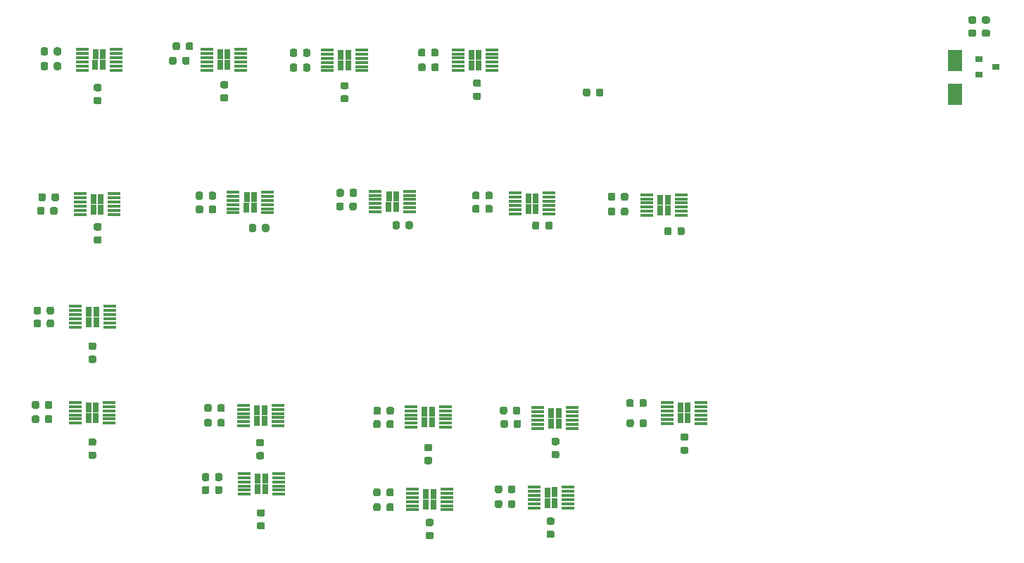
<source format=gbr>
%TF.GenerationSoftware,KiCad,Pcbnew,(5.1.10-1-10_14)*%
%TF.CreationDate,2023-03-13T17:25:24-07:00*%
%TF.ProjectId,facs-pcb-v2,66616373-2d70-4636-922d-76322e6b6963,rev?*%
%TF.SameCoordinates,Original*%
%TF.FileFunction,Paste,Top*%
%TF.FilePolarity,Positive*%
%FSLAX46Y46*%
G04 Gerber Fmt 4.6, Leading zero omitted, Abs format (unit mm)*
G04 Created by KiCad (PCBNEW (5.1.10-1-10_14)) date 2023-03-13 17:25:24*
%MOMM*%
%LPD*%
G01*
G04 APERTURE LIST*
%ADD10R,1.650000X0.300000*%
%ADD11R,0.800000X1.200000*%
%ADD12R,1.800000X2.500000*%
%ADD13R,0.900000X0.800000*%
G04 APERTURE END LIST*
D10*
%TO.C,U1*%
X116615400Y-63362400D03*
X116615400Y-62862400D03*
X116615400Y-62362400D03*
X116615400Y-61862400D03*
X116615400Y-61362400D03*
X112515400Y-61362400D03*
X112515400Y-61862400D03*
X112515400Y-62362400D03*
X112515400Y-62862400D03*
X112515400Y-63362400D03*
D11*
X115009900Y-61464700D03*
D10*
X116615400Y-60862400D03*
X112515400Y-60862400D03*
D11*
X114133600Y-61477400D03*
X114120900Y-62760100D03*
X115009900Y-62760100D03*
%TD*%
D10*
%TO.C,U2*%
X151917900Y-80431100D03*
X151917900Y-79931100D03*
X151917900Y-79431100D03*
X151917900Y-78931100D03*
X151917900Y-78431100D03*
X147817900Y-78431100D03*
X147817900Y-78931100D03*
X147817900Y-79431100D03*
X147817900Y-79931100D03*
X147817900Y-80431100D03*
D11*
X150312400Y-78533400D03*
D10*
X151917900Y-77931100D03*
X147817900Y-77931100D03*
D11*
X149436100Y-78546100D03*
X149423400Y-79828800D03*
X150312400Y-79828800D03*
%TD*%
D10*
%TO.C,U3*%
X115803900Y-105847200D03*
X115803900Y-105347200D03*
X115803900Y-104847200D03*
X115803900Y-104347200D03*
X115803900Y-103847200D03*
X111703900Y-103847200D03*
X111703900Y-104347200D03*
X111703900Y-104847200D03*
X111703900Y-105347200D03*
X111703900Y-105847200D03*
D11*
X114198400Y-103949500D03*
D10*
X115803900Y-103347200D03*
X111703900Y-103347200D03*
D11*
X113322100Y-103962200D03*
X113309400Y-105244900D03*
X114198400Y-105244900D03*
%TD*%
D10*
%TO.C,U4*%
X171456600Y-106496800D03*
X171456600Y-105996800D03*
X171456600Y-105496800D03*
X171456600Y-104996800D03*
X171456600Y-104496800D03*
X167356600Y-104496800D03*
X167356600Y-104996800D03*
X167356600Y-105496800D03*
X167356600Y-105996800D03*
X167356600Y-106496800D03*
D11*
X169851100Y-104599100D03*
D10*
X171456600Y-103996800D03*
X167356600Y-103996800D03*
D11*
X168974800Y-104611800D03*
X168962100Y-105894500D03*
X169851100Y-105894500D03*
%TD*%
D10*
%TO.C,U5*%
X116379600Y-80753200D03*
X116379600Y-80253200D03*
X116379600Y-79753200D03*
X116379600Y-79253200D03*
X116379600Y-78753200D03*
X112279600Y-78753200D03*
X112279600Y-79253200D03*
X112279600Y-79753200D03*
X112279600Y-80253200D03*
X112279600Y-80753200D03*
D11*
X114774100Y-78855500D03*
D10*
X116379600Y-78253200D03*
X112279600Y-78253200D03*
D11*
X113897800Y-78868200D03*
X113885100Y-80150900D03*
X114774100Y-80150900D03*
%TD*%
D10*
%TO.C,U6*%
X161834400Y-63416500D03*
X161834400Y-62916500D03*
X161834400Y-62416500D03*
X161834400Y-61916500D03*
X161834400Y-61416500D03*
X157734400Y-61416500D03*
X157734400Y-61916500D03*
X157734400Y-62416500D03*
X157734400Y-62916500D03*
X157734400Y-63416500D03*
D11*
X160228900Y-61518800D03*
D10*
X161834400Y-60916500D03*
X157734400Y-60916500D03*
D11*
X159352600Y-61531500D03*
X159339900Y-62814200D03*
X160228900Y-62814200D03*
%TD*%
D10*
%TO.C,U7*%
X136068400Y-106182700D03*
X136068400Y-105682700D03*
X136068400Y-105182700D03*
X136068400Y-104682700D03*
X136068400Y-104182700D03*
X131968400Y-104182700D03*
X131968400Y-104682700D03*
X131968400Y-105182700D03*
X131968400Y-105682700D03*
X131968400Y-106182700D03*
D11*
X134462900Y-104285000D03*
D10*
X136068400Y-103682700D03*
X131968400Y-103682700D03*
D11*
X133586600Y-104297700D03*
X133573900Y-105580400D03*
X134462900Y-105580400D03*
%TD*%
D10*
%TO.C,U8*%
X171013300Y-116044700D03*
X171013300Y-115544700D03*
X171013300Y-115044700D03*
X171013300Y-114544700D03*
X171013300Y-114044700D03*
X166913300Y-114044700D03*
X166913300Y-114544700D03*
X166913300Y-115044700D03*
X166913300Y-115544700D03*
X166913300Y-116044700D03*
D11*
X169407800Y-114147000D03*
D10*
X171013300Y-113544700D03*
X166913300Y-113544700D03*
D11*
X168531500Y-114159700D03*
X168518800Y-115442400D03*
X169407800Y-115442400D03*
%TD*%
D10*
%TO.C,U9*%
X131615400Y-63362400D03*
X131615400Y-62862400D03*
X131615400Y-62362400D03*
X131615400Y-61862400D03*
X131615400Y-61362400D03*
X127515400Y-61362400D03*
X127515400Y-61862400D03*
X127515400Y-62362400D03*
X127515400Y-62862400D03*
X127515400Y-63362400D03*
D11*
X130009900Y-61464700D03*
D10*
X131615400Y-60862400D03*
X127515400Y-60862400D03*
D11*
X129133600Y-61477400D03*
X129120900Y-62760100D03*
X130009900Y-62760100D03*
%TD*%
D10*
%TO.C,U10*%
X168715800Y-80668900D03*
X168715800Y-80168900D03*
X168715800Y-79668900D03*
X168715800Y-79168900D03*
X168715800Y-78668900D03*
X164615800Y-78668900D03*
X164615800Y-79168900D03*
X164615800Y-79668900D03*
X164615800Y-80168900D03*
X164615800Y-80668900D03*
D11*
X167110300Y-78771200D03*
D10*
X168715800Y-78168900D03*
X164615800Y-78168900D03*
D11*
X166234000Y-78783900D03*
X166221300Y-80066600D03*
X167110300Y-80066600D03*
%TD*%
D10*
%TO.C,U11*%
X136152200Y-114396300D03*
X136152200Y-113896300D03*
X136152200Y-113396300D03*
X136152200Y-112896300D03*
X136152200Y-112396300D03*
X132052200Y-112396300D03*
X132052200Y-112896300D03*
X132052200Y-113396300D03*
X132052200Y-113896300D03*
X132052200Y-114396300D03*
D11*
X134546700Y-112498600D03*
D10*
X136152200Y-111896300D03*
X132052200Y-111896300D03*
D11*
X133670400Y-112511300D03*
X133657700Y-113794000D03*
X134546700Y-113794000D03*
%TD*%
D10*
%TO.C,U12*%
X187014200Y-105862900D03*
X187014200Y-105362900D03*
X187014200Y-104862900D03*
X187014200Y-104362900D03*
X187014200Y-103862900D03*
X182914200Y-103862900D03*
X182914200Y-104362900D03*
X182914200Y-104862900D03*
X182914200Y-105362900D03*
X182914200Y-105862900D03*
D11*
X185408700Y-103965200D03*
D10*
X187014200Y-103362900D03*
X182914200Y-103362900D03*
D11*
X184532400Y-103977900D03*
X184519700Y-105260600D03*
X185408700Y-105260600D03*
%TD*%
D10*
%TO.C,U13*%
X134808400Y-80538200D03*
X134808400Y-80038200D03*
X134808400Y-79538200D03*
X134808400Y-79038200D03*
X134808400Y-78538200D03*
X130708400Y-78538200D03*
X130708400Y-79038200D03*
X130708400Y-79538200D03*
X130708400Y-80038200D03*
X130708400Y-80538200D03*
D11*
X133202900Y-78640500D03*
D10*
X134808400Y-78038200D03*
X130708400Y-78038200D03*
D11*
X132326600Y-78653200D03*
X132313900Y-79935900D03*
X133202900Y-79935900D03*
%TD*%
D10*
%TO.C,U14*%
X184583100Y-80859900D03*
X184583100Y-80359900D03*
X184583100Y-79859900D03*
X184583100Y-79359900D03*
X184583100Y-78859900D03*
X180483100Y-78859900D03*
X180483100Y-79359900D03*
X180483100Y-79859900D03*
X180483100Y-80359900D03*
X180483100Y-80859900D03*
D11*
X182977600Y-78962200D03*
D10*
X184583100Y-78359900D03*
X180483100Y-78359900D03*
D11*
X182101300Y-78974900D03*
X182088600Y-80257600D03*
X182977600Y-80257600D03*
%TD*%
D10*
%TO.C,U15*%
X156203800Y-106347800D03*
X156203800Y-105847800D03*
X156203800Y-105347800D03*
X156203800Y-104847800D03*
X156203800Y-104347800D03*
X152103800Y-104347800D03*
X152103800Y-104847800D03*
X152103800Y-105347800D03*
X152103800Y-105847800D03*
X152103800Y-106347800D03*
D11*
X154598300Y-104450100D03*
D10*
X156203800Y-103847800D03*
X152103800Y-103847800D03*
D11*
X153722000Y-104462800D03*
X153709300Y-105745500D03*
X154598300Y-105745500D03*
%TD*%
D10*
%TO.C,U16*%
X146151700Y-63441000D03*
X146151700Y-62941000D03*
X146151700Y-62441000D03*
X146151700Y-61941000D03*
X146151700Y-61441000D03*
X142051700Y-61441000D03*
X142051700Y-61941000D03*
X142051700Y-62441000D03*
X142051700Y-62941000D03*
X142051700Y-63441000D03*
D11*
X144546200Y-61543300D03*
D10*
X146151700Y-60941000D03*
X142051700Y-60941000D03*
D11*
X143669900Y-61556000D03*
X143657200Y-62838700D03*
X144546200Y-62838700D03*
%TD*%
D10*
%TO.C,U17*%
X115816600Y-94302900D03*
X115816600Y-93802900D03*
X115816600Y-93302900D03*
X115816600Y-92802900D03*
X115816600Y-92302900D03*
X111716600Y-92302900D03*
X111716600Y-92802900D03*
X111716600Y-93302900D03*
X111716600Y-93802900D03*
X111716600Y-94302900D03*
D11*
X114211100Y-92405200D03*
D10*
X115816600Y-91802900D03*
X111716600Y-91802900D03*
D11*
X113334800Y-92417900D03*
X113322100Y-93700600D03*
X114211100Y-93700600D03*
%TD*%
D10*
%TO.C,U18*%
X156387400Y-116271800D03*
X156387400Y-115771800D03*
X156387400Y-115271800D03*
X156387400Y-114771800D03*
X156387400Y-114271800D03*
X152287400Y-114271800D03*
X152287400Y-114771800D03*
X152287400Y-115271800D03*
X152287400Y-115771800D03*
X152287400Y-116271800D03*
D11*
X154781900Y-114374100D03*
D10*
X156387400Y-113771800D03*
X152287400Y-113771800D03*
D11*
X153905600Y-114386800D03*
X153892900Y-115669500D03*
X154781900Y-115669500D03*
%TD*%
%TO.C,C6*%
G36*
G01*
X145560500Y-79499750D02*
X145560500Y-80012250D01*
G75*
G02*
X145341750Y-80231000I-218750J0D01*
G01*
X144904250Y-80231000D01*
G75*
G02*
X144685500Y-80012250I0J218750D01*
G01*
X144685500Y-79499750D01*
G75*
G02*
X144904250Y-79281000I218750J0D01*
G01*
X145341750Y-79281000D01*
G75*
G02*
X145560500Y-79499750I0J-218750D01*
G01*
G37*
G36*
G01*
X143985500Y-79499750D02*
X143985500Y-80012250D01*
G75*
G02*
X143766750Y-80231000I-218750J0D01*
G01*
X143329250Y-80231000D01*
G75*
G02*
X143110500Y-80012250I0J218750D01*
G01*
X143110500Y-79499750D01*
G75*
G02*
X143329250Y-79281000I218750J0D01*
G01*
X143766750Y-79281000D01*
G75*
G02*
X143985500Y-79499750I0J-218750D01*
G01*
G37*
%TD*%
%TO.C,C7*%
G36*
G01*
X108933700Y-105102950D02*
X108933700Y-105615450D01*
G75*
G02*
X108714950Y-105834200I-218750J0D01*
G01*
X108277450Y-105834200D01*
G75*
G02*
X108058700Y-105615450I0J218750D01*
G01*
X108058700Y-105102950D01*
G75*
G02*
X108277450Y-104884200I218750J0D01*
G01*
X108714950Y-104884200D01*
G75*
G02*
X108933700Y-105102950I0J-218750D01*
G01*
G37*
G36*
G01*
X107358700Y-105102950D02*
X107358700Y-105615450D01*
G75*
G02*
X107139950Y-105834200I-218750J0D01*
G01*
X106702450Y-105834200D01*
G75*
G02*
X106483700Y-105615450I0J218750D01*
G01*
X106483700Y-105102950D01*
G75*
G02*
X106702450Y-104884200I218750J0D01*
G01*
X107139950Y-104884200D01*
G75*
G02*
X107358700Y-105102950I0J-218750D01*
G01*
G37*
%TD*%
%TO.C,C8*%
G36*
G01*
X163750600Y-105674450D02*
X163750600Y-106186950D01*
G75*
G02*
X163531850Y-106405700I-218750J0D01*
G01*
X163094350Y-106405700D01*
G75*
G02*
X162875600Y-106186950I0J218750D01*
G01*
X162875600Y-105674450D01*
G75*
G02*
X163094350Y-105455700I218750J0D01*
G01*
X163531850Y-105455700D01*
G75*
G02*
X163750600Y-105674450I0J-218750D01*
G01*
G37*
G36*
G01*
X165325600Y-105674450D02*
X165325600Y-106186950D01*
G75*
G02*
X165106850Y-106405700I-218750J0D01*
G01*
X164669350Y-106405700D01*
G75*
G02*
X164450600Y-106186950I0J218750D01*
G01*
X164450600Y-105674450D01*
G75*
G02*
X164669350Y-105455700I218750J0D01*
G01*
X165106850Y-105455700D01*
G75*
G02*
X165325600Y-105674450I0J-218750D01*
G01*
G37*
%TD*%
%TO.C,C14*%
G36*
G01*
X153848300Y-62785550D02*
X153848300Y-63298050D01*
G75*
G02*
X153629550Y-63516800I-218750J0D01*
G01*
X153192050Y-63516800D01*
G75*
G02*
X152973300Y-63298050I0J218750D01*
G01*
X152973300Y-62785550D01*
G75*
G02*
X153192050Y-62566800I218750J0D01*
G01*
X153629550Y-62566800D01*
G75*
G02*
X153848300Y-62785550I0J-218750D01*
G01*
G37*
G36*
G01*
X155423300Y-62785550D02*
X155423300Y-63298050D01*
G75*
G02*
X155204550Y-63516800I-218750J0D01*
G01*
X154767050Y-63516800D01*
G75*
G02*
X154548300Y-63298050I0J218750D01*
G01*
X154548300Y-62785550D01*
G75*
G02*
X154767050Y-62566800I218750J0D01*
G01*
X155204550Y-62566800D01*
G75*
G02*
X155423300Y-62785550I0J-218750D01*
G01*
G37*
%TD*%
%TO.C,C15*%
G36*
G01*
X129685500Y-105547450D02*
X129685500Y-106059950D01*
G75*
G02*
X129466750Y-106278700I-218750J0D01*
G01*
X129029250Y-106278700D01*
G75*
G02*
X128810500Y-106059950I0J218750D01*
G01*
X128810500Y-105547450D01*
G75*
G02*
X129029250Y-105328700I218750J0D01*
G01*
X129466750Y-105328700D01*
G75*
G02*
X129685500Y-105547450I0J-218750D01*
G01*
G37*
G36*
G01*
X128110500Y-105547450D02*
X128110500Y-106059950D01*
G75*
G02*
X127891750Y-106278700I-218750J0D01*
G01*
X127454250Y-106278700D01*
G75*
G02*
X127235500Y-106059950I0J218750D01*
G01*
X127235500Y-105547450D01*
G75*
G02*
X127454250Y-105328700I218750J0D01*
G01*
X127891750Y-105328700D01*
G75*
G02*
X128110500Y-105547450I0J-218750D01*
G01*
G37*
%TD*%
%TO.C,C16*%
G36*
G01*
X163064200Y-115316550D02*
X163064200Y-115829050D01*
G75*
G02*
X162845450Y-116047800I-218750J0D01*
G01*
X162407950Y-116047800D01*
G75*
G02*
X162189200Y-115829050I0J218750D01*
G01*
X162189200Y-115316550D01*
G75*
G02*
X162407950Y-115097800I218750J0D01*
G01*
X162845450Y-115097800D01*
G75*
G02*
X163064200Y-115316550I0J-218750D01*
G01*
G37*
G36*
G01*
X164639200Y-115316550D02*
X164639200Y-115829050D01*
G75*
G02*
X164420450Y-116047800I-218750J0D01*
G01*
X163982950Y-116047800D01*
G75*
G02*
X163764200Y-115829050I0J218750D01*
G01*
X163764200Y-115316550D01*
G75*
G02*
X163982950Y-115097800I218750J0D01*
G01*
X164420450Y-115097800D01*
G75*
G02*
X164639200Y-115316550I0J-218750D01*
G01*
G37*
%TD*%
%TO.C,C22*%
G36*
G01*
X160339800Y-79800650D02*
X160339800Y-80313150D01*
G75*
G02*
X160121050Y-80531900I-218750J0D01*
G01*
X159683550Y-80531900D01*
G75*
G02*
X159464800Y-80313150I0J218750D01*
G01*
X159464800Y-79800650D01*
G75*
G02*
X159683550Y-79581900I218750J0D01*
G01*
X160121050Y-79581900D01*
G75*
G02*
X160339800Y-79800650I0J-218750D01*
G01*
G37*
G36*
G01*
X161914800Y-79800650D02*
X161914800Y-80313150D01*
G75*
G02*
X161696050Y-80531900I-218750J0D01*
G01*
X161258550Y-80531900D01*
G75*
G02*
X161039800Y-80313150I0J218750D01*
G01*
X161039800Y-79800650D01*
G75*
G02*
X161258550Y-79581900I218750J0D01*
G01*
X161696050Y-79581900D01*
G75*
G02*
X161914800Y-79800650I0J-218750D01*
G01*
G37*
%TD*%
%TO.C,C23*%
G36*
G01*
X129398000Y-113634750D02*
X129398000Y-114147250D01*
G75*
G02*
X129179250Y-114366000I-218750J0D01*
G01*
X128741750Y-114366000D01*
G75*
G02*
X128523000Y-114147250I0J218750D01*
G01*
X128523000Y-113634750D01*
G75*
G02*
X128741750Y-113416000I218750J0D01*
G01*
X129179250Y-113416000D01*
G75*
G02*
X129398000Y-113634750I0J-218750D01*
G01*
G37*
G36*
G01*
X127823000Y-113634750D02*
X127823000Y-114147250D01*
G75*
G02*
X127604250Y-114366000I-218750J0D01*
G01*
X127166750Y-114366000D01*
G75*
G02*
X126948000Y-114147250I0J218750D01*
G01*
X126948000Y-113634750D01*
G75*
G02*
X127166750Y-113416000I218750J0D01*
G01*
X127604250Y-113416000D01*
G75*
G02*
X127823000Y-113634750I0J-218750D01*
G01*
G37*
%TD*%
%TO.C,C24*%
G36*
G01*
X178895600Y-105585650D02*
X178895600Y-106098150D01*
G75*
G02*
X178676850Y-106316900I-218750J0D01*
G01*
X178239350Y-106316900D01*
G75*
G02*
X178020600Y-106098150I0J218750D01*
G01*
X178020600Y-105585650D01*
G75*
G02*
X178239350Y-105366900I218750J0D01*
G01*
X178676850Y-105366900D01*
G75*
G02*
X178895600Y-105585650I0J-218750D01*
G01*
G37*
G36*
G01*
X180470600Y-105585650D02*
X180470600Y-106098150D01*
G75*
G02*
X180251850Y-106316900I-218750J0D01*
G01*
X179814350Y-106316900D01*
G75*
G02*
X179595600Y-106098150I0J218750D01*
G01*
X179595600Y-105585650D01*
G75*
G02*
X179814350Y-105366900I218750J0D01*
G01*
X180251850Y-105366900D01*
G75*
G02*
X180470600Y-105585650I0J-218750D01*
G01*
G37*
%TD*%
%TO.C,C28*%
G36*
G01*
X127082400Y-79869350D02*
X127082400Y-80381850D01*
G75*
G02*
X126863650Y-80600600I-218750J0D01*
G01*
X126426150Y-80600600D01*
G75*
G02*
X126207400Y-80381850I0J218750D01*
G01*
X126207400Y-79869350D01*
G75*
G02*
X126426150Y-79650600I218750J0D01*
G01*
X126863650Y-79650600D01*
G75*
G02*
X127082400Y-79869350I0J-218750D01*
G01*
G37*
G36*
G01*
X128657400Y-79869350D02*
X128657400Y-80381850D01*
G75*
G02*
X128438650Y-80600600I-218750J0D01*
G01*
X128001150Y-80600600D01*
G75*
G02*
X127782400Y-80381850I0J218750D01*
G01*
X127782400Y-79869350D01*
G75*
G02*
X128001150Y-79650600I218750J0D01*
G01*
X128438650Y-79650600D01*
G75*
G02*
X128657400Y-79869350I0J-218750D01*
G01*
G37*
%TD*%
%TO.C,C29*%
G36*
G01*
X176663100Y-80133650D02*
X176663100Y-80646150D01*
G75*
G02*
X176444350Y-80864900I-218750J0D01*
G01*
X176006850Y-80864900D01*
G75*
G02*
X175788100Y-80646150I0J218750D01*
G01*
X175788100Y-80133650D01*
G75*
G02*
X176006850Y-79914900I218750J0D01*
G01*
X176444350Y-79914900D01*
G75*
G02*
X176663100Y-80133650I0J-218750D01*
G01*
G37*
G36*
G01*
X178238100Y-80133650D02*
X178238100Y-80646150D01*
G75*
G02*
X178019350Y-80864900I-218750J0D01*
G01*
X177581850Y-80864900D01*
G75*
G02*
X177363100Y-80646150I0J218750D01*
G01*
X177363100Y-80133650D01*
G75*
G02*
X177581850Y-79914900I218750J0D01*
G01*
X178019350Y-79914900D01*
G75*
G02*
X178238100Y-80133650I0J-218750D01*
G01*
G37*
%TD*%
%TO.C,C30*%
G36*
G01*
X150010400Y-105710650D02*
X150010400Y-106223150D01*
G75*
G02*
X149791650Y-106441900I-218750J0D01*
G01*
X149354150Y-106441900D01*
G75*
G02*
X149135400Y-106223150I0J218750D01*
G01*
X149135400Y-105710650D01*
G75*
G02*
X149354150Y-105491900I218750J0D01*
G01*
X149791650Y-105491900D01*
G75*
G02*
X150010400Y-105710650I0J-218750D01*
G01*
G37*
G36*
G01*
X148435400Y-105710650D02*
X148435400Y-106223150D01*
G75*
G02*
X148216650Y-106441900I-218750J0D01*
G01*
X147779150Y-106441900D01*
G75*
G02*
X147560400Y-106223150I0J218750D01*
G01*
X147560400Y-105710650D01*
G75*
G02*
X147779150Y-105491900I218750J0D01*
G01*
X148216650Y-105491900D01*
G75*
G02*
X148435400Y-105710650I0J-218750D01*
G01*
G37*
%TD*%
%TO.C,C34*%
G36*
G01*
X138399700Y-62808750D02*
X138399700Y-63321250D01*
G75*
G02*
X138180950Y-63540000I-218750J0D01*
G01*
X137743450Y-63540000D01*
G75*
G02*
X137524700Y-63321250I0J218750D01*
G01*
X137524700Y-62808750D01*
G75*
G02*
X137743450Y-62590000I218750J0D01*
G01*
X138180950Y-62590000D01*
G75*
G02*
X138399700Y-62808750I0J-218750D01*
G01*
G37*
G36*
G01*
X139974700Y-62808750D02*
X139974700Y-63321250D01*
G75*
G02*
X139755950Y-63540000I-218750J0D01*
G01*
X139318450Y-63540000D01*
G75*
G02*
X139099700Y-63321250I0J218750D01*
G01*
X139099700Y-62808750D01*
G75*
G02*
X139318450Y-62590000I218750J0D01*
G01*
X139755950Y-62590000D01*
G75*
G02*
X139974700Y-62808750I0J-218750D01*
G01*
G37*
%TD*%
%TO.C,C36*%
G36*
G01*
X150011200Y-115696850D02*
X150011200Y-116209350D01*
G75*
G02*
X149792450Y-116428100I-218750J0D01*
G01*
X149354950Y-116428100D01*
G75*
G02*
X149136200Y-116209350I0J218750D01*
G01*
X149136200Y-115696850D01*
G75*
G02*
X149354950Y-115478100I218750J0D01*
G01*
X149792450Y-115478100D01*
G75*
G02*
X150011200Y-115696850I0J-218750D01*
G01*
G37*
G36*
G01*
X148436200Y-115696850D02*
X148436200Y-116209350D01*
G75*
G02*
X148217450Y-116428100I-218750J0D01*
G01*
X147779950Y-116428100D01*
G75*
G02*
X147561200Y-116209350I0J218750D01*
G01*
X147561200Y-115696850D01*
G75*
G02*
X147779950Y-115478100I218750J0D01*
G01*
X148217450Y-115478100D01*
G75*
G02*
X148436200Y-115696850I0J-218750D01*
G01*
G37*
%TD*%
D12*
%TO.C,D1*%
X217563700Y-62249300D03*
X217563700Y-66249300D03*
%TD*%
%TO.C,R20*%
G36*
G01*
X172790400Y-66321650D02*
X172790400Y-65809150D01*
G75*
G02*
X173009150Y-65590400I218750J0D01*
G01*
X173446650Y-65590400D01*
G75*
G02*
X173665400Y-65809150I0J-218750D01*
G01*
X173665400Y-66321650D01*
G75*
G02*
X173446650Y-66540400I-218750J0D01*
G01*
X173009150Y-66540400D01*
G75*
G02*
X172790400Y-66321650I0J218750D01*
G01*
G37*
G36*
G01*
X174365400Y-66321650D02*
X174365400Y-65809150D01*
G75*
G02*
X174584150Y-65590400I218750J0D01*
G01*
X175021650Y-65590400D01*
G75*
G02*
X175240400Y-65809150I0J-218750D01*
G01*
X175240400Y-66321650D01*
G75*
G02*
X175021650Y-66540400I-218750J0D01*
G01*
X174584150Y-66540400D01*
G75*
G02*
X174365400Y-66321650I0J218750D01*
G01*
G37*
%TD*%
%TO.C,R21*%
G36*
G01*
X108425400Y-60866150D02*
X108425400Y-61378650D01*
G75*
G02*
X108206650Y-61597400I-218750J0D01*
G01*
X107769150Y-61597400D01*
G75*
G02*
X107550400Y-61378650I0J218750D01*
G01*
X107550400Y-60866150D01*
G75*
G02*
X107769150Y-60647400I218750J0D01*
G01*
X108206650Y-60647400D01*
G75*
G02*
X108425400Y-60866150I0J-218750D01*
G01*
G37*
G36*
G01*
X110000400Y-60866150D02*
X110000400Y-61378650D01*
G75*
G02*
X109781650Y-61597400I-218750J0D01*
G01*
X109344150Y-61597400D01*
G75*
G02*
X109125400Y-61378650I0J218750D01*
G01*
X109125400Y-60866150D01*
G75*
G02*
X109344150Y-60647400I218750J0D01*
G01*
X109781650Y-60647400D01*
G75*
G02*
X110000400Y-60866150I0J-218750D01*
G01*
G37*
%TD*%
%TO.C,R22*%
G36*
G01*
X144013900Y-77882850D02*
X144013900Y-78395350D01*
G75*
G02*
X143795150Y-78614100I-218750J0D01*
G01*
X143357650Y-78614100D01*
G75*
G02*
X143138900Y-78395350I0J218750D01*
G01*
X143138900Y-77882850D01*
G75*
G02*
X143357650Y-77664100I218750J0D01*
G01*
X143795150Y-77664100D01*
G75*
G02*
X144013900Y-77882850I0J-218750D01*
G01*
G37*
G36*
G01*
X145588900Y-77882850D02*
X145588900Y-78395350D01*
G75*
G02*
X145370150Y-78614100I-218750J0D01*
G01*
X144932650Y-78614100D01*
G75*
G02*
X144713900Y-78395350I0J218750D01*
G01*
X144713900Y-77882850D01*
G75*
G02*
X144932650Y-77664100I218750J0D01*
G01*
X145370150Y-77664100D01*
G75*
G02*
X145588900Y-77882850I0J-218750D01*
G01*
G37*
%TD*%
%TO.C,R23*%
G36*
G01*
X107358700Y-103388950D02*
X107358700Y-103901450D01*
G75*
G02*
X107139950Y-104120200I-218750J0D01*
G01*
X106702450Y-104120200D01*
G75*
G02*
X106483700Y-103901450I0J218750D01*
G01*
X106483700Y-103388950D01*
G75*
G02*
X106702450Y-103170200I218750J0D01*
G01*
X107139950Y-103170200D01*
G75*
G02*
X107358700Y-103388950I0J-218750D01*
G01*
G37*
G36*
G01*
X108933700Y-103388950D02*
X108933700Y-103901450D01*
G75*
G02*
X108714950Y-104120200I-218750J0D01*
G01*
X108277450Y-104120200D01*
G75*
G02*
X108058700Y-103901450I0J218750D01*
G01*
X108058700Y-103388950D01*
G75*
G02*
X108277450Y-103170200I218750J0D01*
G01*
X108714950Y-103170200D01*
G75*
G02*
X108933700Y-103388950I0J-218750D01*
G01*
G37*
%TD*%
%TO.C,R25*%
G36*
G01*
X163657800Y-104061550D02*
X163657800Y-104574050D01*
G75*
G02*
X163439050Y-104792800I-218750J0D01*
G01*
X163001550Y-104792800D01*
G75*
G02*
X162782800Y-104574050I0J218750D01*
G01*
X162782800Y-104061550D01*
G75*
G02*
X163001550Y-103842800I218750J0D01*
G01*
X163439050Y-103842800D01*
G75*
G02*
X163657800Y-104061550I0J-218750D01*
G01*
G37*
G36*
G01*
X165232800Y-104061550D02*
X165232800Y-104574050D01*
G75*
G02*
X165014050Y-104792800I-218750J0D01*
G01*
X164576550Y-104792800D01*
G75*
G02*
X164357800Y-104574050I0J218750D01*
G01*
X164357800Y-104061550D01*
G75*
G02*
X164576550Y-103842800I218750J0D01*
G01*
X165014050Y-103842800D01*
G75*
G02*
X165232800Y-104061550I0J-218750D01*
G01*
G37*
%TD*%
%TO.C,R29*%
G36*
G01*
X114651650Y-65902400D02*
X114139150Y-65902400D01*
G75*
G02*
X113920400Y-65683650I0J218750D01*
G01*
X113920400Y-65246150D01*
G75*
G02*
X114139150Y-65027400I218750J0D01*
G01*
X114651650Y-65027400D01*
G75*
G02*
X114870400Y-65246150I0J-218750D01*
G01*
X114870400Y-65683650D01*
G75*
G02*
X114651650Y-65902400I-218750J0D01*
G01*
G37*
G36*
G01*
X114651650Y-67477400D02*
X114139150Y-67477400D01*
G75*
G02*
X113920400Y-67258650I0J218750D01*
G01*
X113920400Y-66821150D01*
G75*
G02*
X114139150Y-66602400I218750J0D01*
G01*
X114651650Y-66602400D01*
G75*
G02*
X114870400Y-66821150I0J-218750D01*
G01*
X114870400Y-67258650D01*
G75*
G02*
X114651650Y-67477400I-218750J0D01*
G01*
G37*
%TD*%
%TO.C,R30*%
G36*
G01*
X150741900Y-81773050D02*
X150741900Y-82285550D01*
G75*
G02*
X150523150Y-82504300I-218750J0D01*
G01*
X150085650Y-82504300D01*
G75*
G02*
X149866900Y-82285550I0J218750D01*
G01*
X149866900Y-81773050D01*
G75*
G02*
X150085650Y-81554300I218750J0D01*
G01*
X150523150Y-81554300D01*
G75*
G02*
X150741900Y-81773050I0J-218750D01*
G01*
G37*
G36*
G01*
X152316900Y-81773050D02*
X152316900Y-82285550D01*
G75*
G02*
X152098150Y-82504300I-218750J0D01*
G01*
X151660650Y-82504300D01*
G75*
G02*
X151441900Y-82285550I0J218750D01*
G01*
X151441900Y-81773050D01*
G75*
G02*
X151660650Y-81554300I218750J0D01*
G01*
X152098150Y-81554300D01*
G75*
G02*
X152316900Y-81773050I0J-218750D01*
G01*
G37*
%TD*%
%TO.C,R31*%
G36*
G01*
X114010150Y-108565200D02*
X113497650Y-108565200D01*
G75*
G02*
X113278900Y-108346450I0J218750D01*
G01*
X113278900Y-107908950D01*
G75*
G02*
X113497650Y-107690200I218750J0D01*
G01*
X114010150Y-107690200D01*
G75*
G02*
X114228900Y-107908950I0J-218750D01*
G01*
X114228900Y-108346450D01*
G75*
G02*
X114010150Y-108565200I-218750J0D01*
G01*
G37*
G36*
G01*
X114010150Y-110140200D02*
X113497650Y-110140200D01*
G75*
G02*
X113278900Y-109921450I0J218750D01*
G01*
X113278900Y-109483950D01*
G75*
G02*
X113497650Y-109265200I218750J0D01*
G01*
X114010150Y-109265200D01*
G75*
G02*
X114228900Y-109483950I0J-218750D01*
G01*
X114228900Y-109921450D01*
G75*
G02*
X114010150Y-110140200I-218750J0D01*
G01*
G37*
%TD*%
%TO.C,R32*%
G36*
G01*
X169722850Y-108489300D02*
X169210350Y-108489300D01*
G75*
G02*
X168991600Y-108270550I0J218750D01*
G01*
X168991600Y-107833050D01*
G75*
G02*
X169210350Y-107614300I218750J0D01*
G01*
X169722850Y-107614300D01*
G75*
G02*
X169941600Y-107833050I0J-218750D01*
G01*
X169941600Y-108270550D01*
G75*
G02*
X169722850Y-108489300I-218750J0D01*
G01*
G37*
G36*
G01*
X169722850Y-110064300D02*
X169210350Y-110064300D01*
G75*
G02*
X168991600Y-109845550I0J218750D01*
G01*
X168991600Y-109408050D01*
G75*
G02*
X169210350Y-109189300I218750J0D01*
G01*
X169722850Y-109189300D01*
G75*
G02*
X169941600Y-109408050I0J-218750D01*
G01*
X169941600Y-109845550D01*
G75*
G02*
X169722850Y-110064300I-218750J0D01*
G01*
G37*
%TD*%
%TO.C,R33*%
G36*
G01*
X108149600Y-78416950D02*
X108149600Y-78929450D01*
G75*
G02*
X107930850Y-79148200I-218750J0D01*
G01*
X107493350Y-79148200D01*
G75*
G02*
X107274600Y-78929450I0J218750D01*
G01*
X107274600Y-78416950D01*
G75*
G02*
X107493350Y-78198200I218750J0D01*
G01*
X107930850Y-78198200D01*
G75*
G02*
X108149600Y-78416950I0J-218750D01*
G01*
G37*
G36*
G01*
X109724600Y-78416950D02*
X109724600Y-78929450D01*
G75*
G02*
X109505850Y-79148200I-218750J0D01*
G01*
X109068350Y-79148200D01*
G75*
G02*
X108849600Y-78929450I0J218750D01*
G01*
X108849600Y-78416950D01*
G75*
G02*
X109068350Y-78198200I218750J0D01*
G01*
X109505850Y-78198200D01*
G75*
G02*
X109724600Y-78416950I0J-218750D01*
G01*
G37*
%TD*%
%TO.C,R34*%
G36*
G01*
X153822800Y-61007550D02*
X153822800Y-61520050D01*
G75*
G02*
X153604050Y-61738800I-218750J0D01*
G01*
X153166550Y-61738800D01*
G75*
G02*
X152947800Y-61520050I0J218750D01*
G01*
X152947800Y-61007550D01*
G75*
G02*
X153166550Y-60788800I218750J0D01*
G01*
X153604050Y-60788800D01*
G75*
G02*
X153822800Y-61007550I0J-218750D01*
G01*
G37*
G36*
G01*
X155397800Y-61007550D02*
X155397800Y-61520050D01*
G75*
G02*
X155179050Y-61738800I-218750J0D01*
G01*
X154741550Y-61738800D01*
G75*
G02*
X154522800Y-61520050I0J218750D01*
G01*
X154522800Y-61007550D01*
G75*
G02*
X154741550Y-60788800I218750J0D01*
G01*
X155179050Y-60788800D01*
G75*
G02*
X155397800Y-61007550I0J-218750D01*
G01*
G37*
%TD*%
%TO.C,R35*%
G36*
G01*
X128110500Y-103769450D02*
X128110500Y-104281950D01*
G75*
G02*
X127891750Y-104500700I-218750J0D01*
G01*
X127454250Y-104500700D01*
G75*
G02*
X127235500Y-104281950I0J218750D01*
G01*
X127235500Y-103769450D01*
G75*
G02*
X127454250Y-103550700I218750J0D01*
G01*
X127891750Y-103550700D01*
G75*
G02*
X128110500Y-103769450I0J-218750D01*
G01*
G37*
G36*
G01*
X129685500Y-103769450D02*
X129685500Y-104281950D01*
G75*
G02*
X129466750Y-104500700I-218750J0D01*
G01*
X129029250Y-104500700D01*
G75*
G02*
X128810500Y-104281950I0J218750D01*
G01*
X128810500Y-103769450D01*
G75*
G02*
X129029250Y-103550700I218750J0D01*
G01*
X129466750Y-103550700D01*
G75*
G02*
X129685500Y-103769450I0J-218750D01*
G01*
G37*
%TD*%
%TO.C,R36*%
G36*
G01*
X163064200Y-113538550D02*
X163064200Y-114051050D01*
G75*
G02*
X162845450Y-114269800I-218750J0D01*
G01*
X162407950Y-114269800D01*
G75*
G02*
X162189200Y-114051050I0J218750D01*
G01*
X162189200Y-113538550D01*
G75*
G02*
X162407950Y-113319800I218750J0D01*
G01*
X162845450Y-113319800D01*
G75*
G02*
X163064200Y-113538550I0J-218750D01*
G01*
G37*
G36*
G01*
X164639200Y-113538550D02*
X164639200Y-114051050D01*
G75*
G02*
X164420450Y-114269800I-218750J0D01*
G01*
X163982950Y-114269800D01*
G75*
G02*
X163764200Y-114051050I0J218750D01*
G01*
X163764200Y-113538550D01*
G75*
G02*
X163982950Y-113319800I218750J0D01*
G01*
X164420450Y-113319800D01*
G75*
G02*
X164639200Y-113538550I0J-218750D01*
G01*
G37*
%TD*%
%TO.C,R41*%
G36*
G01*
X114655850Y-82663200D02*
X114143350Y-82663200D01*
G75*
G02*
X113924600Y-82444450I0J218750D01*
G01*
X113924600Y-82006950D01*
G75*
G02*
X114143350Y-81788200I218750J0D01*
G01*
X114655850Y-81788200D01*
G75*
G02*
X114874600Y-82006950I0J-218750D01*
G01*
X114874600Y-82444450D01*
G75*
G02*
X114655850Y-82663200I-218750J0D01*
G01*
G37*
G36*
G01*
X114655850Y-84238200D02*
X114143350Y-84238200D01*
G75*
G02*
X113924600Y-84019450I0J218750D01*
G01*
X113924600Y-83581950D01*
G75*
G02*
X114143350Y-83363200I218750J0D01*
G01*
X114655850Y-83363200D01*
G75*
G02*
X114874600Y-83581950I0J-218750D01*
G01*
X114874600Y-84019450D01*
G75*
G02*
X114655850Y-84238200I-218750J0D01*
G01*
G37*
%TD*%
%TO.C,R42*%
G36*
G01*
X160294650Y-65372500D02*
X159782150Y-65372500D01*
G75*
G02*
X159563400Y-65153750I0J218750D01*
G01*
X159563400Y-64716250D01*
G75*
G02*
X159782150Y-64497500I218750J0D01*
G01*
X160294650Y-64497500D01*
G75*
G02*
X160513400Y-64716250I0J-218750D01*
G01*
X160513400Y-65153750D01*
G75*
G02*
X160294650Y-65372500I-218750J0D01*
G01*
G37*
G36*
G01*
X160294650Y-66947500D02*
X159782150Y-66947500D01*
G75*
G02*
X159563400Y-66728750I0J218750D01*
G01*
X159563400Y-66291250D01*
G75*
G02*
X159782150Y-66072500I218750J0D01*
G01*
X160294650Y-66072500D01*
G75*
G02*
X160513400Y-66291250I0J-218750D01*
G01*
X160513400Y-66728750D01*
G75*
G02*
X160294650Y-66947500I-218750J0D01*
G01*
G37*
%TD*%
%TO.C,R43*%
G36*
G01*
X134203150Y-108628700D02*
X133690650Y-108628700D01*
G75*
G02*
X133471900Y-108409950I0J218750D01*
G01*
X133471900Y-107972450D01*
G75*
G02*
X133690650Y-107753700I218750J0D01*
G01*
X134203150Y-107753700D01*
G75*
G02*
X134421900Y-107972450I0J-218750D01*
G01*
X134421900Y-108409950D01*
G75*
G02*
X134203150Y-108628700I-218750J0D01*
G01*
G37*
G36*
G01*
X134203150Y-110203700D02*
X133690650Y-110203700D01*
G75*
G02*
X133471900Y-109984950I0J218750D01*
G01*
X133471900Y-109547450D01*
G75*
G02*
X133690650Y-109328700I218750J0D01*
G01*
X134203150Y-109328700D01*
G75*
G02*
X134421900Y-109547450I0J-218750D01*
G01*
X134421900Y-109984950D01*
G75*
G02*
X134203150Y-110203700I-218750J0D01*
G01*
G37*
%TD*%
%TO.C,R44*%
G36*
G01*
X169137550Y-118074700D02*
X168625050Y-118074700D01*
G75*
G02*
X168406300Y-117855950I0J218750D01*
G01*
X168406300Y-117418450D01*
G75*
G02*
X168625050Y-117199700I218750J0D01*
G01*
X169137550Y-117199700D01*
G75*
G02*
X169356300Y-117418450I0J-218750D01*
G01*
X169356300Y-117855950D01*
G75*
G02*
X169137550Y-118074700I-218750J0D01*
G01*
G37*
G36*
G01*
X169137550Y-119649700D02*
X168625050Y-119649700D01*
G75*
G02*
X168406300Y-119430950I0J218750D01*
G01*
X168406300Y-118993450D01*
G75*
G02*
X168625050Y-118774700I218750J0D01*
G01*
X169137550Y-118774700D01*
G75*
G02*
X169356300Y-118993450I0J-218750D01*
G01*
X169356300Y-119430950D01*
G75*
G02*
X169137550Y-119649700I-218750J0D01*
G01*
G37*
%TD*%
%TO.C,R45*%
G36*
G01*
X124300500Y-60246550D02*
X124300500Y-60759050D01*
G75*
G02*
X124081750Y-60977800I-218750J0D01*
G01*
X123644250Y-60977800D01*
G75*
G02*
X123425500Y-60759050I0J218750D01*
G01*
X123425500Y-60246550D01*
G75*
G02*
X123644250Y-60027800I218750J0D01*
G01*
X124081750Y-60027800D01*
G75*
G02*
X124300500Y-60246550I0J-218750D01*
G01*
G37*
G36*
G01*
X125875500Y-60246550D02*
X125875500Y-60759050D01*
G75*
G02*
X125656750Y-60977800I-218750J0D01*
G01*
X125219250Y-60977800D01*
G75*
G02*
X125000500Y-60759050I0J218750D01*
G01*
X125000500Y-60246550D01*
G75*
G02*
X125219250Y-60027800I218750J0D01*
G01*
X125656750Y-60027800D01*
G75*
G02*
X125875500Y-60246550I0J-218750D01*
G01*
G37*
%TD*%
%TO.C,R46*%
G36*
G01*
X160339800Y-78200650D02*
X160339800Y-78713150D01*
G75*
G02*
X160121050Y-78931900I-218750J0D01*
G01*
X159683550Y-78931900D01*
G75*
G02*
X159464800Y-78713150I0J218750D01*
G01*
X159464800Y-78200650D01*
G75*
G02*
X159683550Y-77981900I218750J0D01*
G01*
X160121050Y-77981900D01*
G75*
G02*
X160339800Y-78200650I0J-218750D01*
G01*
G37*
G36*
G01*
X161914800Y-78200650D02*
X161914800Y-78713150D01*
G75*
G02*
X161696050Y-78931900I-218750J0D01*
G01*
X161258550Y-78931900D01*
G75*
G02*
X161039800Y-78713150I0J218750D01*
G01*
X161039800Y-78200650D01*
G75*
G02*
X161258550Y-77981900I218750J0D01*
G01*
X161696050Y-77981900D01*
G75*
G02*
X161914800Y-78200650I0J-218750D01*
G01*
G37*
%TD*%
%TO.C,R47*%
G36*
G01*
X127818400Y-112075250D02*
X127818400Y-112587750D01*
G75*
G02*
X127599650Y-112806500I-218750J0D01*
G01*
X127162150Y-112806500D01*
G75*
G02*
X126943400Y-112587750I0J218750D01*
G01*
X126943400Y-112075250D01*
G75*
G02*
X127162150Y-111856500I218750J0D01*
G01*
X127599650Y-111856500D01*
G75*
G02*
X127818400Y-112075250I0J-218750D01*
G01*
G37*
G36*
G01*
X129393400Y-112075250D02*
X129393400Y-112587750D01*
G75*
G02*
X129174650Y-112806500I-218750J0D01*
G01*
X128737150Y-112806500D01*
G75*
G02*
X128518400Y-112587750I0J218750D01*
G01*
X128518400Y-112075250D01*
G75*
G02*
X128737150Y-111856500I218750J0D01*
G01*
X129174650Y-111856500D01*
G75*
G02*
X129393400Y-112075250I0J-218750D01*
G01*
G37*
%TD*%
%TO.C,R51*%
G36*
G01*
X178870200Y-103172650D02*
X178870200Y-103685150D01*
G75*
G02*
X178651450Y-103903900I-218750J0D01*
G01*
X178213950Y-103903900D01*
G75*
G02*
X177995200Y-103685150I0J218750D01*
G01*
X177995200Y-103172650D01*
G75*
G02*
X178213950Y-102953900I218750J0D01*
G01*
X178651450Y-102953900D01*
G75*
G02*
X178870200Y-103172650I0J-218750D01*
G01*
G37*
G36*
G01*
X180445200Y-103172650D02*
X180445200Y-103685150D01*
G75*
G02*
X180226450Y-103903900I-218750J0D01*
G01*
X179788950Y-103903900D01*
G75*
G02*
X179570200Y-103685150I0J218750D01*
G01*
X179570200Y-103172650D01*
G75*
G02*
X179788950Y-102953900I218750J0D01*
G01*
X180226450Y-102953900D01*
G75*
G02*
X180445200Y-103172650I0J-218750D01*
G01*
G37*
%TD*%
%TO.C,R53*%
G36*
G01*
X129885150Y-65563000D02*
X129372650Y-65563000D01*
G75*
G02*
X129153900Y-65344250I0J218750D01*
G01*
X129153900Y-64906750D01*
G75*
G02*
X129372650Y-64688000I218750J0D01*
G01*
X129885150Y-64688000D01*
G75*
G02*
X130103900Y-64906750I0J-218750D01*
G01*
X130103900Y-65344250D01*
G75*
G02*
X129885150Y-65563000I-218750J0D01*
G01*
G37*
G36*
G01*
X129885150Y-67138000D02*
X129372650Y-67138000D01*
G75*
G02*
X129153900Y-66919250I0J218750D01*
G01*
X129153900Y-66481750D01*
G75*
G02*
X129372650Y-66263000I218750J0D01*
G01*
X129885150Y-66263000D01*
G75*
G02*
X130103900Y-66481750I0J-218750D01*
G01*
X130103900Y-66919250D01*
G75*
G02*
X129885150Y-67138000I-218750J0D01*
G01*
G37*
%TD*%
%TO.C,R54*%
G36*
G01*
X167544000Y-81811150D02*
X167544000Y-82323650D01*
G75*
G02*
X167325250Y-82542400I-218750J0D01*
G01*
X166887750Y-82542400D01*
G75*
G02*
X166669000Y-82323650I0J218750D01*
G01*
X166669000Y-81811150D01*
G75*
G02*
X166887750Y-81592400I218750J0D01*
G01*
X167325250Y-81592400D01*
G75*
G02*
X167544000Y-81811150I0J-218750D01*
G01*
G37*
G36*
G01*
X169119000Y-81811150D02*
X169119000Y-82323650D01*
G75*
G02*
X168900250Y-82542400I-218750J0D01*
G01*
X168462750Y-82542400D01*
G75*
G02*
X168244000Y-82323650I0J218750D01*
G01*
X168244000Y-81811150D01*
G75*
G02*
X168462750Y-81592400I218750J0D01*
G01*
X168900250Y-81592400D01*
G75*
G02*
X169119000Y-81811150I0J-218750D01*
G01*
G37*
%TD*%
%TO.C,R55*%
G36*
G01*
X134282450Y-117068300D02*
X133769950Y-117068300D01*
G75*
G02*
X133551200Y-116849550I0J218750D01*
G01*
X133551200Y-116412050D01*
G75*
G02*
X133769950Y-116193300I218750J0D01*
G01*
X134282450Y-116193300D01*
G75*
G02*
X134501200Y-116412050I0J-218750D01*
G01*
X134501200Y-116849550D01*
G75*
G02*
X134282450Y-117068300I-218750J0D01*
G01*
G37*
G36*
G01*
X134282450Y-118643300D02*
X133769950Y-118643300D01*
G75*
G02*
X133551200Y-118424550I0J218750D01*
G01*
X133551200Y-117987050D01*
G75*
G02*
X133769950Y-117768300I218750J0D01*
G01*
X134282450Y-117768300D01*
G75*
G02*
X134501200Y-117987050I0J-218750D01*
G01*
X134501200Y-118424550D01*
G75*
G02*
X134282450Y-118643300I-218750J0D01*
G01*
G37*
%TD*%
%TO.C,R56*%
G36*
G01*
X185244450Y-109530600D02*
X184731950Y-109530600D01*
G75*
G02*
X184513200Y-109311850I0J218750D01*
G01*
X184513200Y-108874350D01*
G75*
G02*
X184731950Y-108655600I218750J0D01*
G01*
X185244450Y-108655600D01*
G75*
G02*
X185463200Y-108874350I0J-218750D01*
G01*
X185463200Y-109311850D01*
G75*
G02*
X185244450Y-109530600I-218750J0D01*
G01*
G37*
G36*
G01*
X185244450Y-107955600D02*
X184731950Y-107955600D01*
G75*
G02*
X184513200Y-107736850I0J218750D01*
G01*
X184513200Y-107299350D01*
G75*
G02*
X184731950Y-107080600I218750J0D01*
G01*
X185244450Y-107080600D01*
G75*
G02*
X185463200Y-107299350I0J-218750D01*
G01*
X185463200Y-107736850D01*
G75*
G02*
X185244450Y-107955600I-218750J0D01*
G01*
G37*
%TD*%
%TO.C,R57*%
G36*
G01*
X127062400Y-78219350D02*
X127062400Y-78731850D01*
G75*
G02*
X126843650Y-78950600I-218750J0D01*
G01*
X126406150Y-78950600D01*
G75*
G02*
X126187400Y-78731850I0J218750D01*
G01*
X126187400Y-78219350D01*
G75*
G02*
X126406150Y-78000600I218750J0D01*
G01*
X126843650Y-78000600D01*
G75*
G02*
X127062400Y-78219350I0J-218750D01*
G01*
G37*
G36*
G01*
X128637400Y-78219350D02*
X128637400Y-78731850D01*
G75*
G02*
X128418650Y-78950600I-218750J0D01*
G01*
X127981150Y-78950600D01*
G75*
G02*
X127762400Y-78731850I0J218750D01*
G01*
X127762400Y-78219350D01*
G75*
G02*
X127981150Y-78000600I218750J0D01*
G01*
X128418650Y-78000600D01*
G75*
G02*
X128637400Y-78219350I0J-218750D01*
G01*
G37*
%TD*%
%TO.C,R58*%
G36*
G01*
X176663100Y-78355650D02*
X176663100Y-78868150D01*
G75*
G02*
X176444350Y-79086900I-218750J0D01*
G01*
X176006850Y-79086900D01*
G75*
G02*
X175788100Y-78868150I0J218750D01*
G01*
X175788100Y-78355650D01*
G75*
G02*
X176006850Y-78136900I218750J0D01*
G01*
X176444350Y-78136900D01*
G75*
G02*
X176663100Y-78355650I0J-218750D01*
G01*
G37*
G36*
G01*
X178238100Y-78355650D02*
X178238100Y-78868150D01*
G75*
G02*
X178019350Y-79086900I-218750J0D01*
G01*
X177581850Y-79086900D01*
G75*
G02*
X177363100Y-78868150I0J218750D01*
G01*
X177363100Y-78355650D01*
G75*
G02*
X177581850Y-78136900I218750J0D01*
G01*
X178019350Y-78136900D01*
G75*
G02*
X178238100Y-78355650I0J-218750D01*
G01*
G37*
%TD*%
%TO.C,R59*%
G36*
G01*
X148455900Y-104099650D02*
X148455900Y-104612150D01*
G75*
G02*
X148237150Y-104830900I-218750J0D01*
G01*
X147799650Y-104830900D01*
G75*
G02*
X147580900Y-104612150I0J218750D01*
G01*
X147580900Y-104099650D01*
G75*
G02*
X147799650Y-103880900I218750J0D01*
G01*
X148237150Y-103880900D01*
G75*
G02*
X148455900Y-104099650I0J-218750D01*
G01*
G37*
G36*
G01*
X150030900Y-104099650D02*
X150030900Y-104612150D01*
G75*
G02*
X149812150Y-104830900I-218750J0D01*
G01*
X149374650Y-104830900D01*
G75*
G02*
X149155900Y-104612150I0J218750D01*
G01*
X149155900Y-104099650D01*
G75*
G02*
X149374650Y-103880900I218750J0D01*
G01*
X149812150Y-103880900D01*
G75*
G02*
X150030900Y-104099650I0J-218750D01*
G01*
G37*
%TD*%
%TO.C,R63*%
G36*
G01*
X133469900Y-82103250D02*
X133469900Y-82615750D01*
G75*
G02*
X133251150Y-82834500I-218750J0D01*
G01*
X132813650Y-82834500D01*
G75*
G02*
X132594900Y-82615750I0J218750D01*
G01*
X132594900Y-82103250D01*
G75*
G02*
X132813650Y-81884500I218750J0D01*
G01*
X133251150Y-81884500D01*
G75*
G02*
X133469900Y-82103250I0J-218750D01*
G01*
G37*
G36*
G01*
X135044900Y-82103250D02*
X135044900Y-82615750D01*
G75*
G02*
X134826150Y-82834500I-218750J0D01*
G01*
X134388650Y-82834500D01*
G75*
G02*
X134169900Y-82615750I0J218750D01*
G01*
X134169900Y-82103250D01*
G75*
G02*
X134388650Y-81884500I218750J0D01*
G01*
X134826150Y-81884500D01*
G75*
G02*
X135044900Y-82103250I0J-218750D01*
G01*
G37*
%TD*%
%TO.C,R64*%
G36*
G01*
X183444400Y-82484250D02*
X183444400Y-82996750D01*
G75*
G02*
X183225650Y-83215500I-218750J0D01*
G01*
X182788150Y-83215500D01*
G75*
G02*
X182569400Y-82996750I0J218750D01*
G01*
X182569400Y-82484250D01*
G75*
G02*
X182788150Y-82265500I218750J0D01*
G01*
X183225650Y-82265500D01*
G75*
G02*
X183444400Y-82484250I0J-218750D01*
G01*
G37*
G36*
G01*
X185019400Y-82484250D02*
X185019400Y-82996750D01*
G75*
G02*
X184800650Y-83215500I-218750J0D01*
G01*
X184363150Y-83215500D01*
G75*
G02*
X184144400Y-82996750I0J218750D01*
G01*
X184144400Y-82484250D01*
G75*
G02*
X184363150Y-82265500I218750J0D01*
G01*
X184800650Y-82265500D01*
G75*
G02*
X185019400Y-82484250I0J-218750D01*
G01*
G37*
%TD*%
%TO.C,R65*%
G36*
G01*
X154421550Y-109200200D02*
X153909050Y-109200200D01*
G75*
G02*
X153690300Y-108981450I0J218750D01*
G01*
X153690300Y-108543950D01*
G75*
G02*
X153909050Y-108325200I218750J0D01*
G01*
X154421550Y-108325200D01*
G75*
G02*
X154640300Y-108543950I0J-218750D01*
G01*
X154640300Y-108981450D01*
G75*
G02*
X154421550Y-109200200I-218750J0D01*
G01*
G37*
G36*
G01*
X154421550Y-110775200D02*
X153909050Y-110775200D01*
G75*
G02*
X153690300Y-110556450I0J218750D01*
G01*
X153690300Y-110118950D01*
G75*
G02*
X153909050Y-109900200I218750J0D01*
G01*
X154421550Y-109900200D01*
G75*
G02*
X154640300Y-110118950I0J-218750D01*
G01*
X154640300Y-110556450D01*
G75*
G02*
X154421550Y-110775200I-218750J0D01*
G01*
G37*
%TD*%
%TO.C,R66*%
G36*
G01*
X138399700Y-61030750D02*
X138399700Y-61543250D01*
G75*
G02*
X138180950Y-61762000I-218750J0D01*
G01*
X137743450Y-61762000D01*
G75*
G02*
X137524700Y-61543250I0J218750D01*
G01*
X137524700Y-61030750D01*
G75*
G02*
X137743450Y-60812000I218750J0D01*
G01*
X138180950Y-60812000D01*
G75*
G02*
X138399700Y-61030750I0J-218750D01*
G01*
G37*
G36*
G01*
X139974700Y-61030750D02*
X139974700Y-61543250D01*
G75*
G02*
X139755950Y-61762000I-218750J0D01*
G01*
X139318450Y-61762000D01*
G75*
G02*
X139099700Y-61543250I0J218750D01*
G01*
X139099700Y-61030750D01*
G75*
G02*
X139318450Y-60812000I218750J0D01*
G01*
X139755950Y-60812000D01*
G75*
G02*
X139974700Y-61030750I0J-218750D01*
G01*
G37*
%TD*%
%TO.C,R67*%
G36*
G01*
X107574600Y-92034650D02*
X107574600Y-92547150D01*
G75*
G02*
X107355850Y-92765900I-218750J0D01*
G01*
X106918350Y-92765900D01*
G75*
G02*
X106699600Y-92547150I0J218750D01*
G01*
X106699600Y-92034650D01*
G75*
G02*
X106918350Y-91815900I218750J0D01*
G01*
X107355850Y-91815900D01*
G75*
G02*
X107574600Y-92034650I0J-218750D01*
G01*
G37*
G36*
G01*
X109149600Y-92034650D02*
X109149600Y-92547150D01*
G75*
G02*
X108930850Y-92765900I-218750J0D01*
G01*
X108493350Y-92765900D01*
G75*
G02*
X108274600Y-92547150I0J218750D01*
G01*
X108274600Y-92034650D01*
G75*
G02*
X108493350Y-91815900I218750J0D01*
G01*
X108930850Y-91815900D01*
G75*
G02*
X109149600Y-92034650I0J-218750D01*
G01*
G37*
%TD*%
%TO.C,R68*%
G36*
G01*
X148436200Y-113918850D02*
X148436200Y-114431350D01*
G75*
G02*
X148217450Y-114650100I-218750J0D01*
G01*
X147779950Y-114650100D01*
G75*
G02*
X147561200Y-114431350I0J218750D01*
G01*
X147561200Y-113918850D01*
G75*
G02*
X147779950Y-113700100I218750J0D01*
G01*
X148217450Y-113700100D01*
G75*
G02*
X148436200Y-113918850I0J-218750D01*
G01*
G37*
G36*
G01*
X150011200Y-113918850D02*
X150011200Y-114431350D01*
G75*
G02*
X149792450Y-114650100I-218750J0D01*
G01*
X149354950Y-114650100D01*
G75*
G02*
X149136200Y-114431350I0J218750D01*
G01*
X149136200Y-113918850D01*
G75*
G02*
X149354950Y-113700100I218750J0D01*
G01*
X149792450Y-113700100D01*
G75*
G02*
X150011200Y-113918850I0J-218750D01*
G01*
G37*
%TD*%
%TO.C,R72*%
G36*
G01*
X144350450Y-65677300D02*
X143837950Y-65677300D01*
G75*
G02*
X143619200Y-65458550I0J218750D01*
G01*
X143619200Y-65021050D01*
G75*
G02*
X143837950Y-64802300I218750J0D01*
G01*
X144350450Y-64802300D01*
G75*
G02*
X144569200Y-65021050I0J-218750D01*
G01*
X144569200Y-65458550D01*
G75*
G02*
X144350450Y-65677300I-218750J0D01*
G01*
G37*
G36*
G01*
X144350450Y-67252300D02*
X143837950Y-67252300D01*
G75*
G02*
X143619200Y-67033550I0J218750D01*
G01*
X143619200Y-66596050D01*
G75*
G02*
X143837950Y-66377300I218750J0D01*
G01*
X144350450Y-66377300D01*
G75*
G02*
X144569200Y-66596050I0J-218750D01*
G01*
X144569200Y-67033550D01*
G75*
G02*
X144350450Y-67252300I-218750J0D01*
G01*
G37*
%TD*%
%TO.C,R73*%
G36*
G01*
X114022850Y-97020900D02*
X113510350Y-97020900D01*
G75*
G02*
X113291600Y-96802150I0J218750D01*
G01*
X113291600Y-96364650D01*
G75*
G02*
X113510350Y-96145900I218750J0D01*
G01*
X114022850Y-96145900D01*
G75*
G02*
X114241600Y-96364650I0J-218750D01*
G01*
X114241600Y-96802150D01*
G75*
G02*
X114022850Y-97020900I-218750J0D01*
G01*
G37*
G36*
G01*
X114022850Y-98595900D02*
X113510350Y-98595900D01*
G75*
G02*
X113291600Y-98377150I0J218750D01*
G01*
X113291600Y-97939650D01*
G75*
G02*
X113510350Y-97720900I218750J0D01*
G01*
X114022850Y-97720900D01*
G75*
G02*
X114241600Y-97939650I0J-218750D01*
G01*
X114241600Y-98377150D01*
G75*
G02*
X114022850Y-98595900I-218750J0D01*
G01*
G37*
%TD*%
%TO.C,R74*%
G36*
G01*
X154593650Y-118227800D02*
X154081150Y-118227800D01*
G75*
G02*
X153862400Y-118009050I0J218750D01*
G01*
X153862400Y-117571550D01*
G75*
G02*
X154081150Y-117352800I218750J0D01*
G01*
X154593650Y-117352800D01*
G75*
G02*
X154812400Y-117571550I0J-218750D01*
G01*
X154812400Y-118009050D01*
G75*
G02*
X154593650Y-118227800I-218750J0D01*
G01*
G37*
G36*
G01*
X154593650Y-119802800D02*
X154081150Y-119802800D01*
G75*
G02*
X153862400Y-119584050I0J218750D01*
G01*
X153862400Y-119146550D01*
G75*
G02*
X154081150Y-118927800I218750J0D01*
G01*
X154593650Y-118927800D01*
G75*
G02*
X154812400Y-119146550I0J-218750D01*
G01*
X154812400Y-119584050D01*
G75*
G02*
X154593650Y-119802800I-218750J0D01*
G01*
G37*
%TD*%
%TO.C,C1*%
G36*
G01*
X108425400Y-62636150D02*
X108425400Y-63148650D01*
G75*
G02*
X108206650Y-63367400I-218750J0D01*
G01*
X107769150Y-63367400D01*
G75*
G02*
X107550400Y-63148650I0J218750D01*
G01*
X107550400Y-62636150D01*
G75*
G02*
X107769150Y-62417400I218750J0D01*
G01*
X108206650Y-62417400D01*
G75*
G02*
X108425400Y-62636150I0J-218750D01*
G01*
G37*
G36*
G01*
X110000400Y-62636150D02*
X110000400Y-63148650D01*
G75*
G02*
X109781650Y-63367400I-218750J0D01*
G01*
X109344150Y-63367400D01*
G75*
G02*
X109125400Y-63148650I0J218750D01*
G01*
X109125400Y-62636150D01*
G75*
G02*
X109344150Y-62417400I218750J0D01*
G01*
X109781650Y-62417400D01*
G75*
G02*
X110000400Y-62636150I0J-218750D01*
G01*
G37*
%TD*%
%TO.C,C9*%
G36*
G01*
X107999600Y-80046950D02*
X107999600Y-80559450D01*
G75*
G02*
X107780850Y-80778200I-218750J0D01*
G01*
X107343350Y-80778200D01*
G75*
G02*
X107124600Y-80559450I0J218750D01*
G01*
X107124600Y-80046950D01*
G75*
G02*
X107343350Y-79828200I218750J0D01*
G01*
X107780850Y-79828200D01*
G75*
G02*
X107999600Y-80046950I0J-218750D01*
G01*
G37*
G36*
G01*
X109574600Y-80046950D02*
X109574600Y-80559450D01*
G75*
G02*
X109355850Y-80778200I-218750J0D01*
G01*
X108918350Y-80778200D01*
G75*
G02*
X108699600Y-80559450I0J218750D01*
G01*
X108699600Y-80046950D01*
G75*
G02*
X108918350Y-79828200I218750J0D01*
G01*
X109355850Y-79828200D01*
G75*
G02*
X109574600Y-80046950I0J-218750D01*
G01*
G37*
%TD*%
%TO.C,C17*%
G36*
G01*
X125456400Y-61986450D02*
X125456400Y-62498950D01*
G75*
G02*
X125237650Y-62717700I-218750J0D01*
G01*
X124800150Y-62717700D01*
G75*
G02*
X124581400Y-62498950I0J218750D01*
G01*
X124581400Y-61986450D01*
G75*
G02*
X124800150Y-61767700I218750J0D01*
G01*
X125237650Y-61767700D01*
G75*
G02*
X125456400Y-61986450I0J-218750D01*
G01*
G37*
G36*
G01*
X123881400Y-61986450D02*
X123881400Y-62498950D01*
G75*
G02*
X123662650Y-62717700I-218750J0D01*
G01*
X123225150Y-62717700D01*
G75*
G02*
X123006400Y-62498950I0J218750D01*
G01*
X123006400Y-61986450D01*
G75*
G02*
X123225150Y-61767700I218750J0D01*
G01*
X123662650Y-61767700D01*
G75*
G02*
X123881400Y-61986450I0J-218750D01*
G01*
G37*
%TD*%
%TO.C,C32*%
G36*
G01*
X109149600Y-93609450D02*
X109149600Y-94121950D01*
G75*
G02*
X108930850Y-94340700I-218750J0D01*
G01*
X108493350Y-94340700D01*
G75*
G02*
X108274600Y-94121950I0J218750D01*
G01*
X108274600Y-93609450D01*
G75*
G02*
X108493350Y-93390700I218750J0D01*
G01*
X108930850Y-93390700D01*
G75*
G02*
X109149600Y-93609450I0J-218750D01*
G01*
G37*
G36*
G01*
X107574600Y-93609450D02*
X107574600Y-94121950D01*
G75*
G02*
X107355850Y-94340700I-218750J0D01*
G01*
X106918350Y-94340700D01*
G75*
G02*
X106699600Y-94121950I0J218750D01*
G01*
X106699600Y-93609450D01*
G75*
G02*
X106918350Y-93390700I218750J0D01*
G01*
X107355850Y-93390700D01*
G75*
G02*
X107574600Y-93609450I0J-218750D01*
G01*
G37*
%TD*%
D13*
%TO.C,Q1*%
X220449900Y-62016600D03*
X220449900Y-63916600D03*
X222449900Y-62966600D03*
%TD*%
%TO.C,R1*%
G36*
G01*
X221003150Y-56902900D02*
X221515650Y-56902900D01*
G75*
G02*
X221734400Y-57121650I0J-218750D01*
G01*
X221734400Y-57559150D01*
G75*
G02*
X221515650Y-57777900I-218750J0D01*
G01*
X221003150Y-57777900D01*
G75*
G02*
X220784400Y-57559150I0J218750D01*
G01*
X220784400Y-57121650D01*
G75*
G02*
X221003150Y-56902900I218750J0D01*
G01*
G37*
G36*
G01*
X221003150Y-58477900D02*
X221515650Y-58477900D01*
G75*
G02*
X221734400Y-58696650I0J-218750D01*
G01*
X221734400Y-59134150D01*
G75*
G02*
X221515650Y-59352900I-218750J0D01*
G01*
X221003150Y-59352900D01*
G75*
G02*
X220784400Y-59134150I0J218750D01*
G01*
X220784400Y-58696650D01*
G75*
G02*
X221003150Y-58477900I218750J0D01*
G01*
G37*
%TD*%
%TO.C,R24*%
G36*
G01*
X219364850Y-58477900D02*
X219877350Y-58477900D01*
G75*
G02*
X220096100Y-58696650I0J-218750D01*
G01*
X220096100Y-59134150D01*
G75*
G02*
X219877350Y-59352900I-218750J0D01*
G01*
X219364850Y-59352900D01*
G75*
G02*
X219146100Y-59134150I0J218750D01*
G01*
X219146100Y-58696650D01*
G75*
G02*
X219364850Y-58477900I218750J0D01*
G01*
G37*
G36*
G01*
X219364850Y-56902900D02*
X219877350Y-56902900D01*
G75*
G02*
X220096100Y-57121650I0J-218750D01*
G01*
X220096100Y-57559150D01*
G75*
G02*
X219877350Y-57777900I-218750J0D01*
G01*
X219364850Y-57777900D01*
G75*
G02*
X219146100Y-57559150I0J218750D01*
G01*
X219146100Y-57121650D01*
G75*
G02*
X219364850Y-56902900I218750J0D01*
G01*
G37*
%TD*%
M02*

</source>
